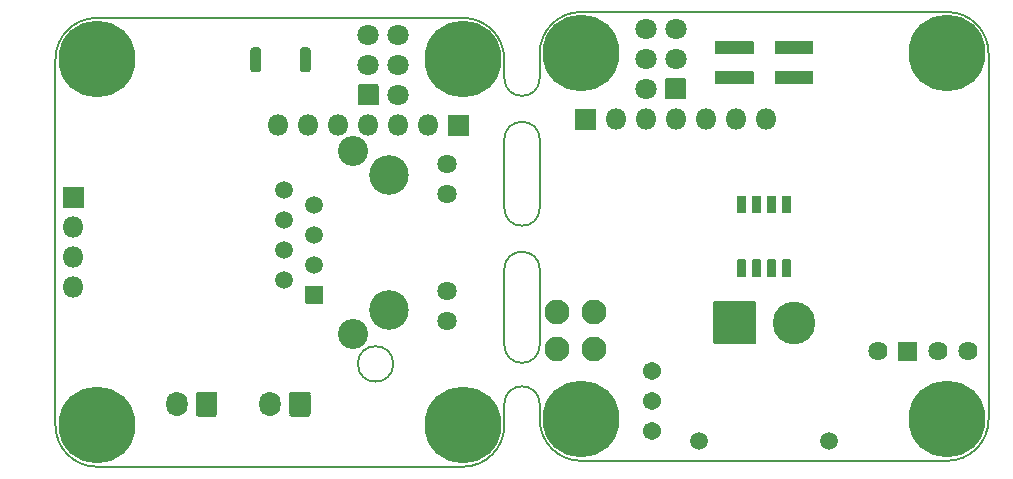
<source format=gbr>
%TF.GenerationSoftware,KiCad,Pcbnew,(5.1.8-0-10_14)*%
%TF.CreationDate,2021-08-18T19:24:52+02:00*%
%TF.ProjectId,ethersweep,65746865-7273-4776-9565-702e6b696361,2.0.1*%
%TF.SameCoordinates,Original*%
%TF.FileFunction,Soldermask,Bot*%
%TF.FilePolarity,Negative*%
%FSLAX46Y46*%
G04 Gerber Fmt 4.6, Leading zero omitted, Abs format (unit mm)*
G04 Created by KiCad (PCBNEW (5.1.8-0-10_14)) date 2021-08-18 19:24:52*
%MOMM*%
%LPD*%
G01*
G04 APERTURE LIST*
%TA.AperFunction,Profile*%
%ADD10C,0.150000*%
%TD*%
%ADD11C,6.502000*%
%ADD12C,0.902000*%
%ADD13C,1.502000*%
%ADD14C,3.602000*%
%ADD15O,1.802000X2.102000*%
%ADD16C,1.802000*%
%ADD17O,1.802000X1.802000*%
%ADD18C,2.102000*%
%ADD19C,1.500000*%
%ADD20C,1.632000*%
%ADD21C,2.547000*%
%ADD22C,3.352000*%
%ADD23C,1.626000*%
%ADD24C,1.542000*%
%ADD25C,0.100000*%
G04 APERTURE END LIST*
D10*
X198000000Y-81000000D02*
G75*
G02*
X201500000Y-84500000I0J-3500000D01*
G01*
X160500000Y-115500000D02*
X160500000Y-114200000D01*
X163500000Y-86600000D02*
X163500000Y-85000000D01*
X163500000Y-86600000D02*
G75*
G02*
X160500000Y-86600000I-1500000J0D01*
G01*
X163500000Y-115500000D02*
X163500000Y-114200000D01*
X160500000Y-86600000D02*
X160500000Y-85000000D01*
X160500000Y-114200000D02*
G75*
G02*
X163500000Y-114200000I1500000J0D01*
G01*
X163500000Y-97600000D02*
G75*
G02*
X160500000Y-97600000I-1500000J0D01*
G01*
X160500000Y-91800000D02*
G75*
G02*
X163500000Y-91800000I1500000J0D01*
G01*
X163500000Y-97600000D02*
X163500000Y-91800000D01*
X160500000Y-109200000D02*
X160500000Y-102800000D01*
X160500000Y-102800000D02*
G75*
G02*
X163500000Y-102800000I1500000J0D01*
G01*
X160500000Y-97600000D02*
X160500000Y-91800000D01*
X163500000Y-109200000D02*
X163500000Y-102800000D01*
X163500000Y-109200000D02*
G75*
G02*
X160500000Y-109200000I-1500000J0D01*
G01*
X160500000Y-116000000D02*
X160500000Y-115500000D01*
X163500000Y-84500000D02*
X163500000Y-85000000D01*
X151100000Y-110800000D02*
G75*
G03*
X151100000Y-110800000I-1500000J0D01*
G01*
X126000000Y-119500000D02*
G75*
G02*
X122500000Y-116000000I0J3500000D01*
G01*
X126000000Y-119500000D02*
X157000000Y-119500000D01*
X167000000Y-81000000D02*
X198000000Y-81000000D01*
X163500000Y-84500000D02*
G75*
G02*
X167000000Y-81000000I3500000J0D01*
G01*
X201500000Y-115500000D02*
G75*
G02*
X198000000Y-119000000I-3500000J0D01*
G01*
X167000000Y-119000000D02*
G75*
G02*
X163500000Y-115500000I0J3500000D01*
G01*
X167000000Y-119000000D02*
X198000000Y-119000000D01*
X201500000Y-115500000D02*
X201500000Y-84500000D01*
X122500000Y-85000000D02*
X122500000Y-116000000D01*
X160500000Y-116000000D02*
G75*
G02*
X157000000Y-119500000I-3500000J0D01*
G01*
X157000000Y-81500000D02*
G75*
G02*
X160500000Y-85000000I0J-3500000D01*
G01*
X122500000Y-85000000D02*
G75*
G02*
X126000000Y-81500000I3500000J0D01*
G01*
X157000000Y-81500000D02*
X126000000Y-81500000D01*
X198000000Y-81000000D02*
G75*
G02*
X201500000Y-84500000I0J-3500000D01*
G01*
X160500000Y-115500000D02*
X160500000Y-114200000D01*
X163500000Y-86600000D02*
X163500000Y-85000000D01*
X163500000Y-86600000D02*
G75*
G02*
X160500000Y-86600000I-1500000J0D01*
G01*
X163500000Y-115500000D02*
X163500000Y-114200000D01*
X160500000Y-86600000D02*
X160500000Y-85000000D01*
X160500000Y-114200000D02*
G75*
G02*
X163500000Y-114200000I1500000J0D01*
G01*
X163500000Y-97600000D02*
G75*
G02*
X160500000Y-97600000I-1500000J0D01*
G01*
X160500000Y-91800000D02*
G75*
G02*
X163500000Y-91800000I1500000J0D01*
G01*
X163500000Y-97600000D02*
X163500000Y-91800000D01*
X160500000Y-109200000D02*
X160500000Y-102800000D01*
X160500000Y-102800000D02*
G75*
G02*
X163500000Y-102800000I1500000J0D01*
G01*
X160500000Y-97600000D02*
X160500000Y-91800000D01*
X163500000Y-109200000D02*
X163500000Y-102800000D01*
X163500000Y-109200000D02*
G75*
G02*
X160500000Y-109200000I-1500000J0D01*
G01*
X160500000Y-116000000D02*
X160500000Y-115500000D01*
X163500000Y-84500000D02*
X163500000Y-85000000D01*
X151100000Y-110800000D02*
G75*
G03*
X151100000Y-110800000I-1500000J0D01*
G01*
X126000000Y-119500000D02*
G75*
G02*
X122500000Y-116000000I0J3500000D01*
G01*
X126000000Y-119500000D02*
X157000000Y-119500000D01*
X167000000Y-81000000D02*
X198000000Y-81000000D01*
X163500000Y-84500000D02*
G75*
G02*
X167000000Y-81000000I3500000J0D01*
G01*
X201500000Y-115500000D02*
G75*
G02*
X198000000Y-119000000I-3500000J0D01*
G01*
X167000000Y-119000000D02*
G75*
G02*
X163500000Y-115500000I0J3500000D01*
G01*
X167000000Y-119000000D02*
X198000000Y-119000000D01*
X201500000Y-115500000D02*
X201500000Y-84500000D01*
X122500000Y-85000000D02*
X122500000Y-116000000D01*
X160500000Y-116000000D02*
G75*
G02*
X157000000Y-119500000I-3500000J0D01*
G01*
X157000000Y-81500000D02*
G75*
G02*
X160500000Y-85000000I0J-3500000D01*
G01*
X122500000Y-85000000D02*
G75*
G02*
X126000000Y-81500000I3500000J0D01*
G01*
X157000000Y-81500000D02*
X126000000Y-81500000D01*
D11*
X198000000Y-84500000D03*
D12*
X200400000Y-84500000D03*
X199697056Y-86197056D03*
X198000000Y-86900000D03*
X196302944Y-86197056D03*
X195600000Y-84500000D03*
X196302944Y-82802944D03*
X198000000Y-82100000D03*
X199697056Y-82802944D03*
D13*
X177000000Y-117300000D03*
X188000000Y-117300000D03*
G36*
G01*
X181801000Y-105550000D02*
X181801000Y-109050000D01*
G75*
G02*
X181750000Y-109101000I-51000J0D01*
G01*
X178250000Y-109101000D01*
G75*
G02*
X178199000Y-109050000I0J51000D01*
G01*
X178199000Y-105550000D01*
G75*
G02*
X178250000Y-105499000I51000J0D01*
G01*
X181750000Y-105499000D01*
G75*
G02*
X181801000Y-105550000I0J-51000D01*
G01*
G37*
D14*
X185000000Y-107300000D03*
D15*
X132800000Y-114200000D03*
G36*
G01*
X136201000Y-113414000D02*
X136201000Y-114986000D01*
G75*
G02*
X135936000Y-115251000I-265000J0D01*
G01*
X134664000Y-115251000D01*
G75*
G02*
X134399000Y-114986000I0J265000D01*
G01*
X134399000Y-113414000D01*
G75*
G02*
X134664000Y-113149000I265000J0D01*
G01*
X135936000Y-113149000D01*
G75*
G02*
X136201000Y-113414000I0J-265000D01*
G01*
G37*
G36*
G01*
X148099000Y-88636000D02*
X148099000Y-87364000D01*
G75*
G02*
X148364000Y-87099000I265000J0D01*
G01*
X149636000Y-87099000D01*
G75*
G02*
X149901000Y-87364000I0J-265000D01*
G01*
X149901000Y-88636000D01*
G75*
G02*
X149636000Y-88901000I-265000J0D01*
G01*
X148364000Y-88901000D01*
G75*
G02*
X148099000Y-88636000I0J265000D01*
G01*
G37*
D16*
X149000000Y-85460000D03*
X149000000Y-82920000D03*
X151540000Y-88000000D03*
X151540000Y-85460000D03*
X151540000Y-82920000D03*
G36*
G01*
X175901000Y-86864000D02*
X175901000Y-88136000D01*
G75*
G02*
X175636000Y-88401000I-265000J0D01*
G01*
X174364000Y-88401000D01*
G75*
G02*
X174099000Y-88136000I0J265000D01*
G01*
X174099000Y-86864000D01*
G75*
G02*
X174364000Y-86599000I265000J0D01*
G01*
X175636000Y-86599000D01*
G75*
G02*
X175901000Y-86864000I0J-265000D01*
G01*
G37*
X175000000Y-84960000D03*
X175000000Y-82420000D03*
X172460000Y-87500000D03*
X172460000Y-84960000D03*
X172460000Y-82420000D03*
D11*
X167000000Y-115500000D03*
D12*
X169400000Y-115500000D03*
X168697056Y-117197056D03*
X167000000Y-117900000D03*
X165302944Y-117197056D03*
X164600000Y-115500000D03*
X165302944Y-113802944D03*
X167000000Y-113100000D03*
X168697056Y-113802944D03*
X199697056Y-113777945D03*
X198000000Y-113075001D03*
X196302944Y-113777945D03*
X195600000Y-115475001D03*
X196302944Y-117172057D03*
X198000000Y-117875001D03*
X199697056Y-117172057D03*
X200400000Y-115475001D03*
D11*
X198000000Y-115475001D03*
D12*
X168697056Y-82802944D03*
X167000000Y-82100000D03*
X165302944Y-82802944D03*
X164600000Y-84500000D03*
X165302944Y-86197056D03*
X167000000Y-86900000D03*
X168697056Y-86197056D03*
X169400000Y-84500000D03*
D11*
X167000000Y-84500000D03*
G36*
G01*
X124901000Y-95850000D02*
X124901000Y-97550000D01*
G75*
G02*
X124850000Y-97601000I-51000J0D01*
G01*
X123150000Y-97601000D01*
G75*
G02*
X123099000Y-97550000I0J51000D01*
G01*
X123099000Y-95850000D01*
G75*
G02*
X123150000Y-95799000I51000J0D01*
G01*
X124850000Y-95799000D01*
G75*
G02*
X124901000Y-95850000I0J-51000D01*
G01*
G37*
D17*
X124000000Y-99240000D03*
X124000000Y-101780000D03*
X124000000Y-104320000D03*
G36*
G01*
X144101000Y-113414000D02*
X144101000Y-114986000D01*
G75*
G02*
X143836000Y-115251000I-265000J0D01*
G01*
X142564000Y-115251000D01*
G75*
G02*
X142299000Y-114986000I0J265000D01*
G01*
X142299000Y-113414000D01*
G75*
G02*
X142564000Y-113149000I265000J0D01*
G01*
X143836000Y-113149000D01*
G75*
G02*
X144101000Y-113414000I0J-265000D01*
G01*
G37*
D15*
X140700000Y-114200000D03*
G36*
G01*
X186651000Y-83530000D02*
X186651000Y-84530000D01*
G75*
G02*
X186600000Y-84581000I-51000J0D01*
G01*
X183450000Y-84581000D01*
G75*
G02*
X183399000Y-84530000I0J51000D01*
G01*
X183399000Y-83530000D01*
G75*
G02*
X183450000Y-83479000I51000J0D01*
G01*
X186600000Y-83479000D01*
G75*
G02*
X186651000Y-83530000I0J-51000D01*
G01*
G37*
G36*
G01*
X181601000Y-83530000D02*
X181601000Y-84530000D01*
G75*
G02*
X181550000Y-84581000I-51000J0D01*
G01*
X178400000Y-84581000D01*
G75*
G02*
X178349000Y-84530000I0J51000D01*
G01*
X178349000Y-83530000D01*
G75*
G02*
X178400000Y-83479000I51000J0D01*
G01*
X181550000Y-83479000D01*
G75*
G02*
X181601000Y-83530000I0J-51000D01*
G01*
G37*
G36*
G01*
X186651000Y-86070000D02*
X186651000Y-87070000D01*
G75*
G02*
X186600000Y-87121000I-51000J0D01*
G01*
X183450000Y-87121000D01*
G75*
G02*
X183399000Y-87070000I0J51000D01*
G01*
X183399000Y-86070000D01*
G75*
G02*
X183450000Y-86019000I51000J0D01*
G01*
X186600000Y-86019000D01*
G75*
G02*
X186651000Y-86070000I0J-51000D01*
G01*
G37*
G36*
G01*
X181601000Y-86070000D02*
X181601000Y-87070000D01*
G75*
G02*
X181550000Y-87121000I-51000J0D01*
G01*
X178400000Y-87121000D01*
G75*
G02*
X178349000Y-87070000I0J51000D01*
G01*
X178349000Y-86070000D01*
G75*
G02*
X178400000Y-86019000I51000J0D01*
G01*
X181550000Y-86019000D01*
G75*
G02*
X181601000Y-86070000I0J-51000D01*
G01*
G37*
G36*
G01*
X139901000Y-84224500D02*
X139901000Y-85875500D01*
G75*
G02*
X139675500Y-86101000I-225500J0D01*
G01*
X139224500Y-86101000D01*
G75*
G02*
X138999000Y-85875500I0J225500D01*
G01*
X138999000Y-84224500D01*
G75*
G02*
X139224500Y-83999000I225500J0D01*
G01*
X139675500Y-83999000D01*
G75*
G02*
X139901000Y-84224500I0J-225500D01*
G01*
G37*
G36*
G01*
X144101000Y-84224500D02*
X144101000Y-85875500D01*
G75*
G02*
X143875500Y-86101000I-225500J0D01*
G01*
X143424500Y-86101000D01*
G75*
G02*
X143199000Y-85875500I0J225500D01*
G01*
X143199000Y-84224500D01*
G75*
G02*
X143424500Y-83999000I225500J0D01*
G01*
X143875500Y-83999000D01*
G75*
G02*
X144101000Y-84224500I0J-225500D01*
G01*
G37*
G36*
G01*
X180244000Y-98000000D02*
X180244000Y-96600000D01*
G75*
G02*
X180295000Y-96549000I51000J0D01*
G01*
X180895000Y-96549000D01*
G75*
G02*
X180946000Y-96600000I0J-51000D01*
G01*
X180946000Y-98000000D01*
G75*
G02*
X180895000Y-98051000I-51000J0D01*
G01*
X180295000Y-98051000D01*
G75*
G02*
X180244000Y-98000000I0J51000D01*
G01*
G37*
G36*
G01*
X181514000Y-98000000D02*
X181514000Y-96600000D01*
G75*
G02*
X181565000Y-96549000I51000J0D01*
G01*
X182165000Y-96549000D01*
G75*
G02*
X182216000Y-96600000I0J-51000D01*
G01*
X182216000Y-98000000D01*
G75*
G02*
X182165000Y-98051000I-51000J0D01*
G01*
X181565000Y-98051000D01*
G75*
G02*
X181514000Y-98000000I0J51000D01*
G01*
G37*
G36*
G01*
X182784000Y-98000000D02*
X182784000Y-96600000D01*
G75*
G02*
X182835000Y-96549000I51000J0D01*
G01*
X183435000Y-96549000D01*
G75*
G02*
X183486000Y-96600000I0J-51000D01*
G01*
X183486000Y-98000000D01*
G75*
G02*
X183435000Y-98051000I-51000J0D01*
G01*
X182835000Y-98051000D01*
G75*
G02*
X182784000Y-98000000I0J51000D01*
G01*
G37*
G36*
G01*
X184054000Y-98000000D02*
X184054000Y-96600000D01*
G75*
G02*
X184105000Y-96549000I51000J0D01*
G01*
X184705000Y-96549000D01*
G75*
G02*
X184756000Y-96600000I0J-51000D01*
G01*
X184756000Y-98000000D01*
G75*
G02*
X184705000Y-98051000I-51000J0D01*
G01*
X184105000Y-98051000D01*
G75*
G02*
X184054000Y-98000000I0J51000D01*
G01*
G37*
G36*
G01*
X184054000Y-103400000D02*
X184054000Y-102000000D01*
G75*
G02*
X184105000Y-101949000I51000J0D01*
G01*
X184705000Y-101949000D01*
G75*
G02*
X184756000Y-102000000I0J-51000D01*
G01*
X184756000Y-103400000D01*
G75*
G02*
X184705000Y-103451000I-51000J0D01*
G01*
X184105000Y-103451000D01*
G75*
G02*
X184054000Y-103400000I0J51000D01*
G01*
G37*
G36*
G01*
X182784000Y-103400000D02*
X182784000Y-102000000D01*
G75*
G02*
X182835000Y-101949000I51000J0D01*
G01*
X183435000Y-101949000D01*
G75*
G02*
X183486000Y-102000000I0J-51000D01*
G01*
X183486000Y-103400000D01*
G75*
G02*
X183435000Y-103451000I-51000J0D01*
G01*
X182835000Y-103451000D01*
G75*
G02*
X182784000Y-103400000I0J51000D01*
G01*
G37*
G36*
G01*
X181514000Y-103400000D02*
X181514000Y-102000000D01*
G75*
G02*
X181565000Y-101949000I51000J0D01*
G01*
X182165000Y-101949000D01*
G75*
G02*
X182216000Y-102000000I0J-51000D01*
G01*
X182216000Y-103400000D01*
G75*
G02*
X182165000Y-103451000I-51000J0D01*
G01*
X181565000Y-103451000D01*
G75*
G02*
X181514000Y-103400000I0J51000D01*
G01*
G37*
G36*
G01*
X180244000Y-103400000D02*
X180244000Y-102000000D01*
G75*
G02*
X180295000Y-101949000I51000J0D01*
G01*
X180895000Y-101949000D01*
G75*
G02*
X180946000Y-102000000I0J-51000D01*
G01*
X180946000Y-103400000D01*
G75*
G02*
X180895000Y-103451000I-51000J0D01*
G01*
X180295000Y-103451000D01*
G75*
G02*
X180244000Y-103400000I0J51000D01*
G01*
G37*
D11*
X126000000Y-85000000D03*
D12*
X128400000Y-85000000D03*
X127697056Y-86697056D03*
X126000000Y-87400000D03*
X124302944Y-86697056D03*
X123600000Y-85000000D03*
X124302944Y-83302944D03*
X126000000Y-82600000D03*
X127697056Y-83302944D03*
X158697056Y-83302944D03*
X157000000Y-82600000D03*
X155302944Y-83302944D03*
X154600000Y-85000000D03*
X155302944Y-86697056D03*
X157000000Y-87400000D03*
X158697056Y-86697056D03*
X159400000Y-85000000D03*
D11*
X157000000Y-85000000D03*
X157000000Y-116000000D03*
D12*
X159400000Y-116000000D03*
X158697056Y-117697056D03*
X157000000Y-118400000D03*
X155302944Y-117697056D03*
X154600000Y-116000000D03*
X155302944Y-114302944D03*
X157000000Y-113600000D03*
X158697056Y-114302944D03*
X127697056Y-114302944D03*
X126000000Y-113600000D03*
X124302944Y-114302944D03*
X123600000Y-116000000D03*
X124302944Y-117697056D03*
X126000000Y-118400000D03*
X127697056Y-117697056D03*
X128400000Y-116000000D03*
D11*
X126000000Y-116000000D03*
D18*
X164974999Y-109500000D03*
X165000000Y-106400000D03*
X168100000Y-109500000D03*
X168100000Y-106400000D03*
G36*
G01*
X168250000Y-91001000D02*
X166550000Y-91001000D01*
G75*
G02*
X166499000Y-90950000I0J51000D01*
G01*
X166499000Y-89250000D01*
G75*
G02*
X166550000Y-89199000I51000J0D01*
G01*
X168250000Y-89199000D01*
G75*
G02*
X168301000Y-89250000I0J-51000D01*
G01*
X168301000Y-90950000D01*
G75*
G02*
X168250000Y-91001000I-51000J0D01*
G01*
G37*
D17*
X169940000Y-90100000D03*
X172480000Y-90100000D03*
X175020000Y-90100000D03*
X177560000Y-90100000D03*
X180100000Y-90100000D03*
X182640000Y-90100000D03*
X141360000Y-90600000D03*
X143900000Y-90600000D03*
X146440000Y-90600000D03*
X148980000Y-90600000D03*
X151520000Y-90600000D03*
X154060000Y-90600000D03*
G36*
G01*
X157450000Y-91501000D02*
X155750000Y-91501000D01*
G75*
G02*
X155699000Y-91450000I0J51000D01*
G01*
X155699000Y-89750000D01*
G75*
G02*
X155750000Y-89699000I51000J0D01*
G01*
X157450000Y-89699000D01*
G75*
G02*
X157501000Y-89750000I0J-51000D01*
G01*
X157501000Y-91450000D01*
G75*
G02*
X157450000Y-91501000I-51000J0D01*
G01*
G37*
G36*
G01*
X143701000Y-104200000D02*
X145099000Y-104200000D01*
G75*
G02*
X145150000Y-104251000I0J-51000D01*
G01*
X145150000Y-105649000D01*
G75*
G02*
X145099000Y-105700000I-51000J0D01*
G01*
X143701000Y-105700000D01*
G75*
G02*
X143650000Y-105649000I0J51000D01*
G01*
X143650000Y-104251000D01*
G75*
G02*
X143701000Y-104200000I51000J0D01*
G01*
G37*
D19*
X141860000Y-103680000D03*
X144400000Y-102410000D03*
X141860000Y-101140000D03*
X144400000Y-99870000D03*
X141860000Y-98600000D03*
X144400000Y-97330000D03*
X141860000Y-96060000D03*
D20*
X155650000Y-107125000D03*
X155650000Y-104585000D03*
X155650000Y-93875000D03*
X155650000Y-96415000D03*
D21*
X147700000Y-108245000D03*
X147700000Y-92755000D03*
D22*
X150750000Y-94785000D03*
X150750000Y-106215000D03*
D23*
X192110000Y-109730000D03*
G36*
G01*
X193837000Y-110492000D02*
X193837000Y-108968000D01*
G75*
G02*
X193888000Y-108917000I51000J0D01*
G01*
X195412000Y-108917000D01*
G75*
G02*
X195463000Y-108968000I0J-51000D01*
G01*
X195463000Y-110492000D01*
G75*
G02*
X195412000Y-110543000I-51000J0D01*
G01*
X193888000Y-110543000D01*
G75*
G02*
X193837000Y-110492000I0J51000D01*
G01*
G37*
X197190000Y-109730000D03*
X199730000Y-109730000D03*
D24*
X173000000Y-116480000D03*
X173000000Y-113940000D03*
X173000000Y-111400000D03*
D25*
G36*
X142300990Y-114985804D02*
G01*
X142306062Y-115037304D01*
X142321029Y-115086642D01*
X142345332Y-115132110D01*
X142378038Y-115171962D01*
X142417890Y-115204668D01*
X142463358Y-115228971D01*
X142512696Y-115243938D01*
X142564196Y-115249010D01*
X142565822Y-115250175D01*
X142565626Y-115252165D01*
X142564000Y-115253000D01*
X142481903Y-115253000D01*
X142481707Y-115252990D01*
X142441204Y-115249001D01*
X142440819Y-115248925D01*
X142407767Y-115238899D01*
X142407405Y-115238749D01*
X142376954Y-115222472D01*
X142376628Y-115222254D01*
X142349932Y-115200345D01*
X142349655Y-115200068D01*
X142327746Y-115173372D01*
X142327528Y-115173046D01*
X142311251Y-115142595D01*
X142311101Y-115142233D01*
X142301075Y-115109181D01*
X142300999Y-115108796D01*
X142297010Y-115068293D01*
X142297000Y-115068097D01*
X142297000Y-114986000D01*
X142298000Y-114984268D01*
X142300000Y-114984268D01*
X142300990Y-114985804D01*
G37*
G36*
X134400990Y-114985804D02*
G01*
X134406062Y-115037304D01*
X134421029Y-115086642D01*
X134445332Y-115132110D01*
X134478038Y-115171962D01*
X134517890Y-115204668D01*
X134563358Y-115228971D01*
X134612696Y-115243938D01*
X134664196Y-115249010D01*
X134665822Y-115250175D01*
X134665626Y-115252165D01*
X134664000Y-115253000D01*
X134581903Y-115253000D01*
X134581707Y-115252990D01*
X134541204Y-115249001D01*
X134540819Y-115248925D01*
X134507767Y-115238899D01*
X134507405Y-115238749D01*
X134476954Y-115222472D01*
X134476628Y-115222254D01*
X134449932Y-115200345D01*
X134449655Y-115200068D01*
X134427746Y-115173372D01*
X134427528Y-115173046D01*
X134411251Y-115142595D01*
X134411101Y-115142233D01*
X134401075Y-115109181D01*
X134400999Y-115108796D01*
X134397010Y-115068293D01*
X134397000Y-115068097D01*
X134397000Y-114986000D01*
X134398000Y-114984268D01*
X134400000Y-114984268D01*
X134400990Y-114985804D01*
G37*
G36*
X136202165Y-114984374D02*
G01*
X136203000Y-114986000D01*
X136203000Y-115068097D01*
X136202990Y-115068293D01*
X136199001Y-115108796D01*
X136198925Y-115109181D01*
X136188899Y-115142233D01*
X136188749Y-115142595D01*
X136172472Y-115173046D01*
X136172254Y-115173372D01*
X136150345Y-115200068D01*
X136150068Y-115200345D01*
X136123372Y-115222254D01*
X136123046Y-115222472D01*
X136092595Y-115238749D01*
X136092233Y-115238899D01*
X136059181Y-115248925D01*
X136058796Y-115249001D01*
X136018293Y-115252990D01*
X136018097Y-115253000D01*
X135936000Y-115253000D01*
X135934268Y-115252000D01*
X135934268Y-115250000D01*
X135935804Y-115249010D01*
X135987304Y-115243938D01*
X136036642Y-115228971D01*
X136082110Y-115204668D01*
X136121962Y-115171962D01*
X136154668Y-115132110D01*
X136178971Y-115086642D01*
X136193938Y-115037304D01*
X136199010Y-114985804D01*
X136200175Y-114984178D01*
X136202165Y-114984374D01*
G37*
G36*
X144102165Y-114984374D02*
G01*
X144103000Y-114986000D01*
X144103000Y-115068097D01*
X144102990Y-115068293D01*
X144099001Y-115108796D01*
X144098925Y-115109181D01*
X144088899Y-115142233D01*
X144088749Y-115142595D01*
X144072472Y-115173046D01*
X144072254Y-115173372D01*
X144050345Y-115200068D01*
X144050068Y-115200345D01*
X144023372Y-115222254D01*
X144023046Y-115222472D01*
X143992595Y-115238749D01*
X143992233Y-115238899D01*
X143959181Y-115248925D01*
X143958796Y-115249001D01*
X143918293Y-115252990D01*
X143918097Y-115253000D01*
X143836000Y-115253000D01*
X143834268Y-115252000D01*
X143834268Y-115250000D01*
X143835804Y-115249010D01*
X143887304Y-115243938D01*
X143936642Y-115228971D01*
X143982110Y-115204668D01*
X144021962Y-115171962D01*
X144054668Y-115132110D01*
X144078971Y-115086642D01*
X144093938Y-115037304D01*
X144099010Y-114985804D01*
X144100175Y-114984178D01*
X144102165Y-114984374D01*
G37*
G36*
X142565732Y-113148000D02*
G01*
X142565732Y-113150000D01*
X142564196Y-113150990D01*
X142512696Y-113156062D01*
X142463358Y-113171029D01*
X142417890Y-113195332D01*
X142378038Y-113228038D01*
X142345332Y-113267890D01*
X142321029Y-113313358D01*
X142306062Y-113362696D01*
X142300990Y-113414196D01*
X142299825Y-113415822D01*
X142297835Y-113415626D01*
X142297000Y-113414000D01*
X142297000Y-113331903D01*
X142297010Y-113331707D01*
X142300999Y-113291204D01*
X142301075Y-113290819D01*
X142311101Y-113257767D01*
X142311251Y-113257405D01*
X142327528Y-113226954D01*
X142327746Y-113226628D01*
X142349655Y-113199932D01*
X142349932Y-113199655D01*
X142376628Y-113177746D01*
X142376954Y-113177528D01*
X142407405Y-113161251D01*
X142407767Y-113161101D01*
X142440819Y-113151075D01*
X142441204Y-113150999D01*
X142481707Y-113147010D01*
X142481903Y-113147000D01*
X142564000Y-113147000D01*
X142565732Y-113148000D01*
G37*
G36*
X134665732Y-113148000D02*
G01*
X134665732Y-113150000D01*
X134664196Y-113150990D01*
X134612696Y-113156062D01*
X134563358Y-113171029D01*
X134517890Y-113195332D01*
X134478038Y-113228038D01*
X134445332Y-113267890D01*
X134421029Y-113313358D01*
X134406062Y-113362696D01*
X134400990Y-113414196D01*
X134399825Y-113415822D01*
X134397835Y-113415626D01*
X134397000Y-113414000D01*
X134397000Y-113331903D01*
X134397010Y-113331707D01*
X134400999Y-113291204D01*
X134401075Y-113290819D01*
X134411101Y-113257767D01*
X134411251Y-113257405D01*
X134427528Y-113226954D01*
X134427746Y-113226628D01*
X134449655Y-113199932D01*
X134449932Y-113199655D01*
X134476628Y-113177746D01*
X134476954Y-113177528D01*
X134507405Y-113161251D01*
X134507767Y-113161101D01*
X134540819Y-113151075D01*
X134541204Y-113150999D01*
X134581707Y-113147010D01*
X134581903Y-113147000D01*
X134664000Y-113147000D01*
X134665732Y-113148000D01*
G37*
G36*
X143918293Y-113147010D02*
G01*
X143958796Y-113150999D01*
X143959181Y-113151075D01*
X143992233Y-113161101D01*
X143992595Y-113161251D01*
X144023046Y-113177528D01*
X144023372Y-113177746D01*
X144050068Y-113199655D01*
X144050345Y-113199932D01*
X144072254Y-113226628D01*
X144072472Y-113226954D01*
X144088749Y-113257405D01*
X144088899Y-113257767D01*
X144098925Y-113290819D01*
X144099001Y-113291204D01*
X144102990Y-113331707D01*
X144103000Y-113331903D01*
X144103000Y-113414000D01*
X144102000Y-113415732D01*
X144100000Y-113415732D01*
X144099010Y-113414196D01*
X144093938Y-113362696D01*
X144078971Y-113313358D01*
X144054668Y-113267890D01*
X144021962Y-113228038D01*
X143982110Y-113195332D01*
X143936642Y-113171029D01*
X143887304Y-113156062D01*
X143835804Y-113150990D01*
X143834178Y-113149825D01*
X143834374Y-113147835D01*
X143836000Y-113147000D01*
X143918097Y-113147000D01*
X143918293Y-113147010D01*
G37*
G36*
X136018293Y-113147010D02*
G01*
X136058796Y-113150999D01*
X136059181Y-113151075D01*
X136092233Y-113161101D01*
X136092595Y-113161251D01*
X136123046Y-113177528D01*
X136123372Y-113177746D01*
X136150068Y-113199655D01*
X136150345Y-113199932D01*
X136172254Y-113226628D01*
X136172472Y-113226954D01*
X136188749Y-113257405D01*
X136188899Y-113257767D01*
X136198925Y-113290819D01*
X136199001Y-113291204D01*
X136202990Y-113331707D01*
X136203000Y-113331903D01*
X136203000Y-113414000D01*
X136202000Y-113415732D01*
X136200000Y-113415732D01*
X136199010Y-113414196D01*
X136193938Y-113362696D01*
X136178971Y-113313358D01*
X136154668Y-113267890D01*
X136121962Y-113228038D01*
X136082110Y-113195332D01*
X136036642Y-113171029D01*
X135987304Y-113156062D01*
X135935804Y-113150990D01*
X135934178Y-113149825D01*
X135934374Y-113147835D01*
X135936000Y-113147000D01*
X136018097Y-113147000D01*
X136018293Y-113147010D01*
G37*
G36*
X148100990Y-88635804D02*
G01*
X148106062Y-88687304D01*
X148121029Y-88736642D01*
X148145332Y-88782110D01*
X148178038Y-88821962D01*
X148217890Y-88854668D01*
X148263358Y-88878971D01*
X148312696Y-88893938D01*
X148364196Y-88899010D01*
X148365822Y-88900175D01*
X148365626Y-88902165D01*
X148364000Y-88903000D01*
X148281903Y-88903000D01*
X148281707Y-88902990D01*
X148241204Y-88899001D01*
X148240819Y-88898925D01*
X148207767Y-88888899D01*
X148207405Y-88888749D01*
X148176954Y-88872472D01*
X148176628Y-88872254D01*
X148149932Y-88850345D01*
X148149655Y-88850068D01*
X148127746Y-88823372D01*
X148127528Y-88823046D01*
X148111251Y-88792595D01*
X148111101Y-88792233D01*
X148101075Y-88759181D01*
X148100999Y-88758796D01*
X148097010Y-88718293D01*
X148097000Y-88718097D01*
X148097000Y-88636000D01*
X148098000Y-88634268D01*
X148100000Y-88634268D01*
X148100990Y-88635804D01*
G37*
G36*
X149902165Y-88634374D02*
G01*
X149903000Y-88636000D01*
X149903000Y-88718097D01*
X149902990Y-88718293D01*
X149899001Y-88758796D01*
X149898925Y-88759181D01*
X149888899Y-88792233D01*
X149888749Y-88792595D01*
X149872472Y-88823046D01*
X149872254Y-88823372D01*
X149850345Y-88850068D01*
X149850068Y-88850345D01*
X149823372Y-88872254D01*
X149823046Y-88872472D01*
X149792595Y-88888749D01*
X149792233Y-88888899D01*
X149759181Y-88898925D01*
X149758796Y-88899001D01*
X149718293Y-88902990D01*
X149718097Y-88903000D01*
X149636000Y-88903000D01*
X149634268Y-88902000D01*
X149634268Y-88900000D01*
X149635804Y-88899010D01*
X149687304Y-88893938D01*
X149736642Y-88878971D01*
X149782110Y-88854668D01*
X149821962Y-88821962D01*
X149854668Y-88782110D01*
X149878971Y-88736642D01*
X149893938Y-88687304D01*
X149899010Y-88635804D01*
X149900175Y-88634178D01*
X149902165Y-88634374D01*
G37*
G36*
X175902165Y-88134374D02*
G01*
X175903000Y-88136000D01*
X175903000Y-88218097D01*
X175902990Y-88218293D01*
X175899001Y-88258796D01*
X175898925Y-88259181D01*
X175888899Y-88292233D01*
X175888749Y-88292595D01*
X175872472Y-88323046D01*
X175872254Y-88323372D01*
X175850345Y-88350068D01*
X175850068Y-88350345D01*
X175823372Y-88372254D01*
X175823046Y-88372472D01*
X175792595Y-88388749D01*
X175792233Y-88388899D01*
X175759181Y-88398925D01*
X175758796Y-88399001D01*
X175718293Y-88402990D01*
X175718097Y-88403000D01*
X175636000Y-88403000D01*
X175634268Y-88402000D01*
X175634268Y-88400000D01*
X175635804Y-88399010D01*
X175687304Y-88393938D01*
X175736642Y-88378971D01*
X175782110Y-88354668D01*
X175821962Y-88321962D01*
X175854668Y-88282110D01*
X175878971Y-88236642D01*
X175893938Y-88187304D01*
X175899010Y-88135804D01*
X175900175Y-88134178D01*
X175902165Y-88134374D01*
G37*
G36*
X174100990Y-88135804D02*
G01*
X174106062Y-88187304D01*
X174121029Y-88236642D01*
X174145332Y-88282110D01*
X174178038Y-88321962D01*
X174217890Y-88354668D01*
X174263358Y-88378971D01*
X174312696Y-88393938D01*
X174364196Y-88399010D01*
X174365822Y-88400175D01*
X174365626Y-88402165D01*
X174364000Y-88403000D01*
X174281903Y-88403000D01*
X174281707Y-88402990D01*
X174241204Y-88399001D01*
X174240819Y-88398925D01*
X174207767Y-88388899D01*
X174207405Y-88388749D01*
X174176954Y-88372472D01*
X174176628Y-88372254D01*
X174149932Y-88350345D01*
X174149655Y-88350068D01*
X174127746Y-88323372D01*
X174127528Y-88323046D01*
X174111251Y-88292595D01*
X174111101Y-88292233D01*
X174101075Y-88259181D01*
X174100999Y-88258796D01*
X174097010Y-88218293D01*
X174097000Y-88218097D01*
X174097000Y-88136000D01*
X174098000Y-88134268D01*
X174100000Y-88134268D01*
X174100990Y-88135804D01*
G37*
G36*
X148365732Y-87098000D02*
G01*
X148365732Y-87100000D01*
X148364196Y-87100990D01*
X148312696Y-87106062D01*
X148263358Y-87121029D01*
X148217890Y-87145332D01*
X148178038Y-87178038D01*
X148145332Y-87217890D01*
X148121029Y-87263358D01*
X148106062Y-87312696D01*
X148100990Y-87364196D01*
X148099825Y-87365822D01*
X148097835Y-87365626D01*
X148097000Y-87364000D01*
X148097000Y-87281903D01*
X148097010Y-87281707D01*
X148100999Y-87241204D01*
X148101075Y-87240819D01*
X148111101Y-87207767D01*
X148111251Y-87207405D01*
X148127528Y-87176954D01*
X148127746Y-87176628D01*
X148149655Y-87149932D01*
X148149932Y-87149655D01*
X148176628Y-87127746D01*
X148176954Y-87127528D01*
X148207405Y-87111251D01*
X148207767Y-87111101D01*
X148240819Y-87101075D01*
X148241204Y-87100999D01*
X148281707Y-87097010D01*
X148281903Y-87097000D01*
X148364000Y-87097000D01*
X148365732Y-87098000D01*
G37*
G36*
X149718293Y-87097010D02*
G01*
X149758796Y-87100999D01*
X149759181Y-87101075D01*
X149792233Y-87111101D01*
X149792595Y-87111251D01*
X149823046Y-87127528D01*
X149823372Y-87127746D01*
X149850068Y-87149655D01*
X149850345Y-87149932D01*
X149872254Y-87176628D01*
X149872472Y-87176954D01*
X149888749Y-87207405D01*
X149888899Y-87207767D01*
X149898925Y-87240819D01*
X149899001Y-87241204D01*
X149902990Y-87281707D01*
X149903000Y-87281903D01*
X149903000Y-87364000D01*
X149902000Y-87365732D01*
X149900000Y-87365732D01*
X149899010Y-87364196D01*
X149893938Y-87312696D01*
X149878971Y-87263358D01*
X149854668Y-87217890D01*
X149821962Y-87178038D01*
X149782110Y-87145332D01*
X149736642Y-87121029D01*
X149687304Y-87106062D01*
X149635804Y-87100990D01*
X149634178Y-87099825D01*
X149634374Y-87097835D01*
X149636000Y-87097000D01*
X149718097Y-87097000D01*
X149718293Y-87097010D01*
G37*
G36*
X174365732Y-86598000D02*
G01*
X174365732Y-86600000D01*
X174364196Y-86600990D01*
X174312696Y-86606062D01*
X174263358Y-86621029D01*
X174217890Y-86645332D01*
X174178038Y-86678038D01*
X174145332Y-86717890D01*
X174121029Y-86763358D01*
X174106062Y-86812696D01*
X174100990Y-86864196D01*
X174099825Y-86865822D01*
X174097835Y-86865626D01*
X174097000Y-86864000D01*
X174097000Y-86781903D01*
X174097010Y-86781707D01*
X174100999Y-86741204D01*
X174101075Y-86740819D01*
X174111101Y-86707767D01*
X174111251Y-86707405D01*
X174127528Y-86676954D01*
X174127746Y-86676628D01*
X174149655Y-86649932D01*
X174149932Y-86649655D01*
X174176628Y-86627746D01*
X174176954Y-86627528D01*
X174207405Y-86611251D01*
X174207767Y-86611101D01*
X174240819Y-86601075D01*
X174241204Y-86600999D01*
X174281707Y-86597010D01*
X174281903Y-86597000D01*
X174364000Y-86597000D01*
X174365732Y-86598000D01*
G37*
G36*
X175718293Y-86597010D02*
G01*
X175758796Y-86600999D01*
X175759181Y-86601075D01*
X175792233Y-86611101D01*
X175792595Y-86611251D01*
X175823046Y-86627528D01*
X175823372Y-86627746D01*
X175850068Y-86649655D01*
X175850345Y-86649932D01*
X175872254Y-86676628D01*
X175872472Y-86676954D01*
X175888749Y-86707405D01*
X175888899Y-86707767D01*
X175898925Y-86740819D01*
X175899001Y-86741204D01*
X175902990Y-86781707D01*
X175903000Y-86781903D01*
X175903000Y-86864000D01*
X175902000Y-86865732D01*
X175900000Y-86865732D01*
X175899010Y-86864196D01*
X175893938Y-86812696D01*
X175878971Y-86763358D01*
X175854668Y-86717890D01*
X175821962Y-86678038D01*
X175782110Y-86645332D01*
X175736642Y-86621029D01*
X175687304Y-86606062D01*
X175635804Y-86600990D01*
X175634178Y-86599825D01*
X175634374Y-86597835D01*
X175636000Y-86597000D01*
X175718097Y-86597000D01*
X175718293Y-86597010D01*
G37*
M02*

</source>
